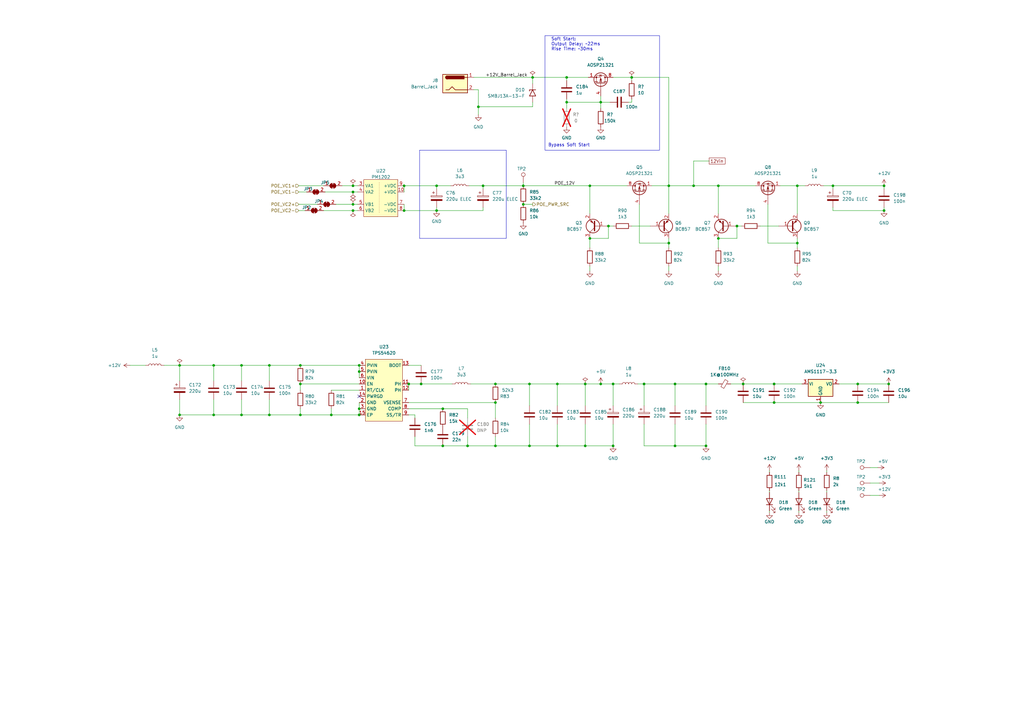
<source format=kicad_sch>
(kicad_sch (version 20230121) (generator eeschema)
  (paper "A3")
  (title_block (title "digital supply") (date "2023-11-09") (rev "r0_3") (company "M-Labs Limited") (comment 1 "Linus Woo Chun Kit"))
  (junction (at 259.08 31.75))
  (junction (at 87.63 149.86))
  (junction (at 179.07 86.36))
  (junction (at 165.735 86.36))
  (junction (at 364.49 157.48))
  (junction (at 241.935 97.79))
  (junction (at 276.86 157.48))
  (junction (at 144.78 76.2))
  (junction (at 181.61 182.88))
  (junction (at 274.32 99.695))
  (junction (at 147.32 167.64))
  (junction (at 241.935 76.2))
  (junction (at 251.46 182.88))
  (junction (at 181.61 167.64))
  (junction (at 144.78 83.82))
  (junction (at 284.48 76.2))
  (junction (at 246.38 157.48))
  (junction (at 317.5 165.1))
  (junction (at 228.6 157.48))
  (junction (at 203.2 157.48))
  (junction (at 362.585 86.36))
  (junction (at 251.46 157.48))
  (junction (at 110.49 170.18))
  (junction (at 144.78 86.36))
  (junction (at 167.64 157.48))
  (junction (at 274.32 76.2))
  (junction (at 135.89 170.18))
  (junction (at 73.66 170.18))
  (junction (at 214.63 83.82))
  (junction (at 302.26 92.71))
  (junction (at 246.38 41.91))
  (junction (at 196.215 43.815))
  (junction (at 240.03 182.88))
  (junction (at 147.32 149.86))
  (junction (at 203.2 182.88))
  (junction (at 336.55 165.1))
  (junction (at 240.03 157.48))
  (junction (at 249.555 92.71))
  (junction (at 110.49 149.86))
  (junction (at 351.79 165.1))
  (junction (at 294.64 97.79))
  (junction (at 123.19 170.18))
  (junction (at 317.5 157.48))
  (junction (at 289.56 157.48))
  (junction (at 351.79 157.48))
  (junction (at 203.2 165.1))
  (junction (at 327.025 76.2))
  (junction (at 217.17 182.88))
  (junction (at 214.63 76.2))
  (junction (at 304.8 157.48))
  (junction (at 217.17 157.48))
  (junction (at 179.07 76.2))
  (junction (at 87.63 170.18))
  (junction (at 232.41 31.75))
  (junction (at 362.585 76.2))
  (junction (at 144.78 78.74))
  (junction (at 123.19 149.86))
  (junction (at 341.63 76.2))
  (junction (at 73.66 149.86))
  (junction (at 165.735 76.2))
  (junction (at 218.44 31.75))
  (junction (at 327.025 99.695))
  (junction (at 99.06 170.18))
  (junction (at 294.64 76.2))
  (junction (at 289.56 182.88))
  (junction (at 232.41 41.91))
  (junction (at 147.32 152.4))
  (junction (at 228.6 182.88))
  (junction (at 191.77 182.88))
  (junction (at 99.06 149.86))
  (junction (at 123.19 157.48))
  (junction (at 276.86 182.88))
  (junction (at 147.32 170.18))
  (junction (at 172.72 157.48))
  (junction (at 198.12 76.2))
  (junction (at 264.16 157.48))
  (no_connect (at 147.32 162.56))
  (wire (pts (xy 337.82 76.2) (xy 341.63 76.2)))
  (wire (pts (xy 135.89 167.64) (xy 135.89 170.18)))
  (wire (pts (xy 294.64 76.2) (xy 309.88 76.2)))
  (wire (pts (xy 362.585 77.47) (xy 362.585 76.2)))
  (wire (pts (xy 87.63 149.86) (xy 99.06 149.86)))
  (wire (pts (xy 147.32 165.1) (xy 147.32 167.64)))
  (wire (pts (xy 165.735 86.36) (xy 179.07 86.36)))
  (wire (pts (xy 144.78 83.82) (xy 146.685 83.82)))
  (wire (pts (xy 140.335 76.2) (xy 144.78 76.2)))
  (wire (pts (xy 327.025 76.2) (xy 327.025 87.63)))
  (wire (pts (xy 110.49 149.86) (xy 123.19 149.86)))
  (wire (pts (xy 99.06 163.83) (xy 99.06 170.18)))
  (wire (pts (xy 339.09 209.55) (xy 339.09 210.185)))
  (wire (pts (xy 264.16 157.48) (xy 276.86 157.48)))
  (wire (pts (xy 241.935 76.2) (xy 257.175 76.2)))
  (wire (pts (xy 165.735 83.82) (xy 165.735 86.36)))
  (wire (pts (xy 294.64 97.79) (xy 294.64 101.6)))
  (wire (pts (xy 135.89 160.02) (xy 147.32 160.02)))
  (wire (pts (xy 228.6 182.88) (xy 240.03 182.88)))
  (wire (pts (xy 327.025 99.695) (xy 327.025 101.6)))
  (wire (pts (xy 218.44 31.75) (xy 194.31 31.75)))
  (wire (pts (xy 99.06 170.18) (xy 110.49 170.18)))
  (wire (pts (xy 110.49 170.18) (xy 123.19 170.18)))
  (wire (pts (xy 232.41 41.91) (xy 232.41 44.45)))
  (wire (pts (xy 192.405 76.2) (xy 198.12 76.2)))
  (wire (pts (xy 274.32 76.2) (xy 284.48 76.2)))
  (wire (pts (xy 341.63 76.2) (xy 362.585 76.2)))
  (wire (pts (xy 304.8 165.1) (xy 317.5 165.1)))
  (wire (pts (xy 170.18 179.07) (xy 170.18 182.88)))
  (wire (pts (xy 203.2 182.88) (xy 203.2 179.07)))
  (wire (pts (xy 181.61 167.64) (xy 191.77 167.64)))
  (wire (pts (xy 217.17 157.48) (xy 217.17 166.37)))
  (wire (pts (xy 53.34 149.86) (xy 59.69 149.86)))
  (wire (pts (xy 267.335 76.2) (xy 274.32 76.2)))
  (wire (pts (xy 122.555 83.82) (xy 130.175 83.82)))
  (wire (pts (xy 246.38 41.91) (xy 250.19 41.91)))
  (wire (pts (xy 147.32 149.86) (xy 147.32 152.4)))
  (wire (pts (xy 167.64 149.86) (xy 172.72 149.86)))
  (wire (pts (xy 123.19 157.48) (xy 123.19 160.02)))
  (wire (pts (xy 123.19 167.64) (xy 123.19 170.18)))
  (wire (pts (xy 73.66 163.83) (xy 73.66 170.18)))
  (wire (pts (xy 240.03 157.48) (xy 240.03 166.37)))
  (wire (pts (xy 132.715 86.36) (xy 144.78 86.36)))
  (wire (pts (xy 251.46 182.88) (xy 251.46 173.99)))
  (wire (pts (xy 259.08 40.64) (xy 259.08 41.91)))
  (wire (pts (xy 317.5 157.48) (xy 328.93 157.48)))
  (wire (pts (xy 276.86 157.48) (xy 289.56 157.48)))
  (wire (pts (xy 99.06 149.86) (xy 110.49 149.86)))
  (wire (pts (xy 320.04 76.2) (xy 327.025 76.2)))
  (wire (pts (xy 167.64 165.1) (xy 203.2 165.1)))
  (wire (pts (xy 284.48 76.2) (xy 294.64 76.2)))
  (wire (pts (xy 289.56 173.99) (xy 289.56 182.88)))
  (wire (pts (xy 251.46 157.48) (xy 251.46 166.37)))
  (wire (pts (xy 274.32 76.2) (xy 274.32 87.63)))
  (wire (pts (xy 123.19 157.48) (xy 147.32 157.48)))
  (wire (pts (xy 196.215 36.83) (xy 194.31 36.83)))
  (wire (pts (xy 218.44 41.91) (xy 218.44 43.815)))
  (wire (pts (xy 87.63 170.18) (xy 99.06 170.18)))
  (wire (pts (xy 135.89 170.18) (xy 147.32 170.18)))
  (wire (pts (xy 351.79 157.48) (xy 364.49 157.48)))
  (wire (pts (xy 179.07 76.2) (xy 179.07 77.47)))
  (wire (pts (xy 327.025 76.2) (xy 330.2 76.2)))
  (wire (pts (xy 123.19 149.86) (xy 147.32 149.86)))
  (wire (pts (xy 276.86 166.37) (xy 276.86 157.48)))
  (wire (pts (xy 144.78 78.74) (xy 146.685 78.74)))
  (wire (pts (xy 276.86 182.88) (xy 289.56 182.88)))
  (wire (pts (xy 232.41 40.64) (xy 232.41 41.91)))
  (wire (pts (xy 73.66 156.21) (xy 73.66 149.86)))
  (wire (pts (xy 232.41 41.91) (xy 246.38 41.91)))
  (wire (pts (xy 214.63 74.93) (xy 214.63 76.2)))
  (wire (pts (xy 198.12 76.2) (xy 214.63 76.2)))
  (wire (pts (xy 294.64 109.22) (xy 294.64 111.125)))
  (wire (pts (xy 122.555 86.36) (xy 125.095 86.36)))
  (wire (pts (xy 259.08 31.75) (xy 259.08 33.02)))
  (wire (pts (xy 217.17 157.48) (xy 228.6 157.48)))
  (wire (pts (xy 232.41 31.75) (xy 232.41 33.02)))
  (wire (pts (xy 259.08 41.91) (xy 257.81 41.91)))
  (wire (pts (xy 356.87 203.2) (xy 360.68 203.2)))
  (wire (pts (xy 246.38 39.37) (xy 246.38 41.91)))
  (wire (pts (xy 362.585 85.09) (xy 362.585 86.36)))
  (wire (pts (xy 203.2 157.48) (xy 217.17 157.48)))
  (wire (pts (xy 344.17 157.48) (xy 351.79 157.48)))
  (wire (pts (xy 123.19 170.18) (xy 135.89 170.18)))
  (wire (pts (xy 339.09 193.675) (xy 339.09 193.04)))
  (wire (pts (xy 198.12 76.2) (xy 198.12 77.47)))
  (wire (pts (xy 170.18 182.88) (xy 181.61 182.88)))
  (wire (pts (xy 294.64 76.2) (xy 294.64 87.63)))
  (wire (pts (xy 284.48 66.04) (xy 284.48 76.2)))
  (wire (pts (xy 290.83 66.04) (xy 284.48 66.04)))
  (wire (pts (xy 218.44 31.75) (xy 218.44 34.29)))
  (wire (pts (xy 191.77 182.88) (xy 203.2 182.88)))
  (wire (pts (xy 172.72 157.48) (xy 185.42 157.48)))
  (wire (pts (xy 261.62 157.48) (xy 264.16 157.48)))
  (wire (pts (xy 315.595 201.93) (xy 315.595 201.295)))
  (wire (pts (xy 251.46 31.75) (xy 259.08 31.75)))
  (wire (pts (xy 327.025 109.22) (xy 327.025 111.125)))
  (wire (pts (xy 110.49 163.83) (xy 110.49 170.18)))
  (wire (pts (xy 314.96 99.695) (xy 327.025 99.695)))
  (wire (pts (xy 249.555 92.71) (xy 251.46 92.71)))
  (wire (pts (xy 341.63 76.2) (xy 341.63 77.47)))
  (wire (pts (xy 203.2 182.88) (xy 217.17 182.88)))
  (wire (pts (xy 254 157.48) (xy 251.46 157.48)))
  (wire (pts (xy 360.045 191.77) (xy 356.87 191.77)))
  (wire (pts (xy 196.215 43.815) (xy 218.44 43.815)))
  (wire (pts (xy 246.38 41.91) (xy 246.38 44.45)))
  (wire (pts (xy 241.935 97.79) (xy 241.935 101.6)))
  (wire (pts (xy 198.12 85.09) (xy 198.12 86.36)))
  (wire (pts (xy 241.935 76.2) (xy 241.935 87.63)))
  (wire (pts (xy 314.96 83.82) (xy 314.96 99.695)))
  (wire (pts (xy 228.6 157.48) (xy 240.03 157.48)))
  (wire (pts (xy 264.16 182.88) (xy 264.16 173.99)))
  (wire (pts (xy 73.66 149.86) (xy 87.63 149.86)))
  (wire (pts (xy 315.595 193.675) (xy 315.595 193.04)))
  (wire (pts (xy 262.255 83.82) (xy 262.255 99.695)))
  (wire (pts (xy 179.07 86.36) (xy 179.07 85.09)))
  (wire (pts (xy 179.07 76.2) (xy 184.785 76.2)))
  (wire (pts (xy 147.32 167.64) (xy 147.32 170.18)))
  (wire (pts (xy 299.72 157.48) (xy 304.8 157.48)))
  (wire (pts (xy 196.215 43.815) (xy 196.215 36.83)))
  (wire (pts (xy 274.32 109.22) (xy 274.32 111.125)))
  (wire (pts (xy 241.935 109.22) (xy 241.935 111.125)))
  (wire (pts (xy 144.78 76.2) (xy 146.685 76.2)))
  (wire (pts (xy 232.41 31.75) (xy 241.3 31.75)))
  (wire (pts (xy 87.63 149.86) (xy 87.63 156.21)))
  (wire (pts (xy 165.735 76.2) (xy 165.735 78.74)))
  (wire (pts (xy 317.5 165.1) (xy 336.55 165.1)))
  (wire (pts (xy 203.2 171.45) (xy 203.2 165.1)))
  (wire (pts (xy 339.09 201.295) (xy 339.09 201.93)))
  (wire (pts (xy 167.64 157.48) (xy 172.72 157.48)))
  (wire (pts (xy 122.555 76.2) (xy 132.715 76.2)))
  (wire (pts (xy 137.795 83.82) (xy 144.78 83.82)))
  (wire (pts (xy 147.32 152.4) (xy 147.32 154.94)))
  (wire (pts (xy 170.18 170.18) (xy 170.18 171.45)))
  (wire (pts (xy 193.04 157.48) (xy 203.2 157.48)))
  (wire (pts (xy 241.935 97.79) (xy 249.555 97.79)))
  (wire (pts (xy 133.35 78.74) (xy 144.78 78.74)))
  (wire (pts (xy 198.12 86.36) (xy 179.07 86.36)))
  (wire (pts (xy 214.63 83.82) (xy 218.44 83.82)))
  (wire (pts (xy 144.78 86.36) (xy 146.685 86.36)))
  (wire (pts (xy 327.66 193.04) (xy 327.66 193.675)))
  (wire (pts (xy 228.6 157.48) (xy 228.6 166.37)))
  (wire (pts (xy 218.44 31.75) (xy 232.41 31.75)))
  (wire (pts (xy 264.16 182.88) (xy 276.86 182.88)))
  (wire (pts (xy 87.63 163.83) (xy 87.63 170.18)))
  (wire (pts (xy 191.77 182.88) (xy 191.77 179.07)))
  (wire (pts (xy 249.555 97.79) (xy 249.555 92.71)))
  (wire (pts (xy 294.64 97.79) (xy 302.26 97.79)))
  (wire (pts (xy 240.03 173.99) (xy 240.03 182.88)))
  (wire (pts (xy 217.17 173.99) (xy 217.17 182.88)))
  (wire (pts (xy 167.64 170.18) (xy 170.18 170.18)))
  (wire (pts (xy 327.025 97.79) (xy 327.025 99.695)))
  (wire (pts (xy 165.735 76.2) (xy 179.07 76.2)))
  (wire (pts (xy 315.595 210.185) (xy 315.595 209.55)))
  (wire (pts (xy 246.38 157.48) (xy 251.46 157.48)))
  (wire (pts (xy 181.61 182.88) (xy 191.77 182.88)))
  (wire (pts (xy 341.63 86.36) (xy 362.585 86.36)))
  (wire (pts (xy 327.66 210.185) (xy 327.66 209.55)))
  (wire (pts (xy 73.66 170.18) (xy 87.63 170.18)))
  (wire (pts (xy 276.86 173.99) (xy 276.86 182.88)))
  (wire (pts (xy 302.26 92.71) (xy 304.165 92.71)))
  (wire (pts (xy 67.31 149.86) (xy 73.66 149.86)))
  (wire (pts (xy 228.6 173.99) (xy 228.6 182.88)))
  (wire (pts (xy 110.49 149.86) (xy 110.49 156.21)))
  (wire (pts (xy 264.16 166.37) (xy 264.16 157.48)))
  (wire (pts (xy 191.77 167.64) (xy 191.77 171.45)))
  (wire (pts (xy 327.66 201.93) (xy 327.66 201.295)))
  (wire (pts (xy 360.68 198.12) (xy 356.87 198.12)))
  (wire (pts (xy 240.03 182.88) (xy 251.46 182.88)))
  (wire (pts (xy 274.32 99.695) (xy 274.32 101.6)))
  (wire (pts (xy 122.555 78.74) (xy 125.73 78.74)))
  (wire (pts (xy 262.255 99.695) (xy 274.32 99.695)))
  (wire (pts (xy 341.63 86.36) (xy 341.63 85.09)))
  (wire (pts (xy 351.79 165.1) (xy 364.49 165.1)))
  (wire (pts (xy 167.64 167.64) (xy 181.61 167.64)))
  (wire (pts (xy 304.8 157.48) (xy 317.5 157.48)))
  (wire (pts (xy 274.32 31.75) (xy 274.32 76.2)))
  (wire (pts (xy 259.08 92.71) (xy 266.7 92.71)))
  (wire (pts (xy 99.06 156.21) (xy 99.06 149.86)))
  (wire (pts (xy 311.785 92.71) (xy 319.405 92.71)))
  (wire (pts (xy 289.56 157.48) (xy 294.64 157.48)))
  (wire (pts (xy 302.26 97.79) (xy 302.26 92.71)))
  (wire (pts (xy 167.64 157.48) (xy 167.64 160.02)))
  (wire (pts (xy 259.08 31.75) (xy 274.32 31.75)))
  (wire (pts (xy 214.63 76.2) (xy 241.935 76.2)))
  (wire (pts (xy 274.32 97.79) (xy 274.32 99.695)))
  (wire (pts (xy 240.03 157.48) (xy 246.38 157.48)))
  (wire (pts (xy 217.17 182.88) (xy 228.6 182.88)))
  (wire (pts (xy 196.215 46.99) (xy 196.215 43.815)))
  (wire (pts (xy 289.56 166.37) (xy 289.56 157.48)))
  (wire (pts (xy 336.55 165.1) (xy 351.79 165.1)))
  (rectangle (start 172.085 61.595) (end 207.645 97.79))
  (rectangle (start 223.52 14.605) (end 270.51 61.595))
  (text "Bypass Soft Start" (at 241.935 60.325 0) (effects (font (size 1.27 1.27)) (justify right bottom)))
  (text "Soft Start:\nOutput Delay: ~22ms\nRise Time: ~30ms\n" (at 226.06 20.955 0) (effects (font (size 1.27 1.27)) (justify left bottom)))
  (label "POE_12V" (at 227.33 76.2 0))
  (label "+12V_Barrel_Jack" (at 199.136 31.75 0))
  (global_label "12Vin" (shape passive) (at 290.83 66.04 0) (property "Intersheetrefs" "${INTERSHEET_REFS}" (effects hide)))
  (hierarchical_label "POE_PWR_SRC" (shape output) (at 218.44 83.82 0))
  (hierarchical_label "POE_VC2+" (shape input) (at 122.555 83.82 180))
  (hierarchical_label "POE_VC2-" (shape input) (at 122.555 86.36 180))
  (hierarchical_label "POE_VC1-" (shape input) (at 122.555 78.74 180))
  (hierarchical_label "POE_VC1+" (shape input) (at 122.555 76.2 180))
  (symbol (lib_id "Device:L") (at 189.23 157.48 90) (unit 1)
    (property "Reference" "L7" (at 189.23 151.13 90))
    (property "Value" "3u3" (at 189.23 153.67 90))
    (property "Footprint" "Inductor_SMD:L_Wuerth_MAPI-4020" (effects hide))
    (property "MFR_PN" "74438356033" (effects hide))
  )
  (symbol (lib_id "Device:C") (at 276.86 170.18 0) (unit 1)
    (property "Reference" "C189" (at 280.67 168.9099 0) (effects (justify left)))
    (property "Value" "10u" (at 280.67 171.4499 0) (effects (justify left)))
    (property "Footprint" "Capacitor_SMD:C_0805_2012Metric" (effects hide))
    (property "MFR_PN" "CL21B106KOQNNNG" (effects hide))
    (property "MFR_PN_ALT" "CL21B106KOQNNNE" (effects hide))
  )
  (symbol (lib_id "Device:C") (at 362.585 81.28 0) (unit 1)
    (property "Reference" "C198" (at 366.395 80.0099 0) (effects (justify left)))
    (property "Value" "100n" (at 366.395 82.5499 0) (effects (justify left)))
    (property "Footprint" "Capacitor_SMD:C_0603_1608Metric" (effects hide))
    (property "MFR_PN" "CL10B104KB8NNWC" (effects hide))
    (property "MFR_PN_ALT" "CL10B104KB8NNNL" (effects hide))
  )
  (symbol (lib_id "power:+5V") (at 327.66 193.04 0) (unit 1)
    (property "Reference" "#PWR0193" (effects hide))
    (property "Value" "+5V" (at 327.66 187.96 0))
  )
  (symbol (lib_id "Jumper:SolderJumper_2_Bridged") (at 136.525 76.2 0) (unit 1) (in_bom no)
    (property "Reference" "JP5" (at 133.35 74.93 0))
    (property "Value" "SolderJumper_2_Bridged" (effects hide))
    (property "Footprint" "Jumper:SolderJumper-2_P1.3mm_Bridged2Bar_Pad1.0x1.5mm" (effects hide))
  )
  (symbol (lib_id "Device:C_Polarized") (at 341.63 81.28 0) (unit 1)
    (property "Reference" "C70" (at 345.44 79.121 0) (effects (justify left)))
    (property "Value" "220u ELEC" (at 345.44 81.661 0) (effects (justify left)))
    (property "Footprint" "kirdy:Cap_Elec_SMD_865080345012" (effects hide))
    (property "MFR_PN" "865080345012" (effects hide))
  )
  (symbol (lib_id "Device:C_Polarized") (at 179.07 81.28 0) (unit 1)
    (property "Reference" "C76" (at 182.88 79.121 0) (effects (justify left)))
    (property "Value" "220u ELEC" (at 182.88 81.661 0) (effects (justify left)))
    (property "Footprint" "kirdy:Cap_Elec_SMD_865080345012" (effects hide))
    (property "MFR_PN" "865080345012" (effects hide))
    (instances (project "kirdy" (path "" (reference "C76") (unit 1)) (path "" (reference "C73") (unit 1))))
  )
  (symbol (lib_id "Device:R") (at 294.64 105.41 0) (unit 1)
    (property "Reference" "R93" (at 296.545 104.1399 0) (effects (justify left)))
    (property "Value" "33k2" (at 296.545 106.6799 0) (effects (justify left)))
    (property "Footprint" "Resistor_SMD:R_0603_1608Metric" (effects hide))
    (property "MFR_PN" "CR0603-FX-3322ELF" (effects hide))
    (property "MFR_PN_ALT" "RC0603FR-0733K2L" (effects hide))
  )
  (symbol (lib_id "Device:C") (at 170.18 175.26 0) (unit 1)
    (property "Reference" "C176" (at 173.99 173.9899 0) (effects (justify left)))
    (property "Value" "1n6" (at 173.99 176.5299 0) (effects (justify left)))
    (property "Footprint" "Capacitor_SMD:C_0603_1608Metric" (effects hide))
    (property "MFR_PN" "GCM1885C1H162FA16D" (effects hide))
    (property "MFR_PN_ALT" "C0603C162J5GAC7867" (effects hide))
  )
  (symbol (lib_id "Device:C_Polarized") (at 264.16 170.18 0) (unit 1)
    (property "Reference" "C188" (at 267.97 168.0209 0) (effects (justify left)))
    (property "Value" "220u" (at 267.97 170.5609 0) (effects (justify left)))
    (property "Footprint" "Capacitor_Tantalum_SMD:CP_EIA-7343-15_Kemet-W" (effects hide))
    (property "MFR_PN" "T491D227K016AT" (effects hide))
    (property "MFR_PN_ALT" "293D227X9016E2TE3" (effects hide))
  )
  (symbol (lib_id "Transistor_BJT:BC857") (at 324.485 92.71 0) (mirror x) (unit 1)
    (property "Reference" "Q9" (at 329.565 91.4399 0) (effects (justify left)))
    (property "Value" "BC857" (at 329.565 93.9799 0) (effects (justify left)))
    (property "Footprint" "Package_TO_SOT_SMD:SOT-23" (effects hide))
    (property "Datasheet" "https://www.onsemi.com/pub/Collateral/BC860-D.pdf" (effects hide))
    (property "MFR_PN" "BC857B-TP" (effects hide))
    (property "MFR_PN_ALT" "BC857C-TP" (effects hide))
  )
  (symbol (lib_id "Device:C") (at 240.03 170.18 0) (unit 1)
    (property "Reference" "C185" (at 243.84 168.9099 0) (effects (justify left)))
    (property "Value" "10u" (at 243.84 171.4499 0) (effects (justify left)))
    (property "Footprint" "Capacitor_SMD:C_0805_2012Metric" (effects hide))
    (property "MFR_PN" "CL21B106KOQNNNG" (effects hide))
    (property "MFR_PN_ALT" "CL21B106KOQNNNE" (effects hide))
  )
  (symbol (lib_id "power:+12V") (at 315.595 193.04 0) (unit 1)
    (property "Reference" "#PWR0216" (effects hide))
    (property "Value" "+12V" (at 315.595 187.96 0))
  )
  (symbol (lib_id "power:GND") (at 196.215 46.99 0) (mirror y) (unit 1)
    (property "Reference" "#PWR0154" (effects hide))
    (property "Value" "GND" (at 196.215 52.07 0))
  )
  (symbol (lib_id "power:GND") (at 274.32 111.125 0) (unit 1)
    (property "Reference" "#PWR0161" (effects hide))
    (property "Value" "GND" (at 274.32 116.205 0))
  )
  (symbol (lib_id "Device:R") (at 181.61 171.45 0) (unit 1)
    (property "Reference" "R82" (at 184.15 170.1799 0) (effects (justify left)))
    (property "Value" "15k" (at 184.15 172.7199 0) (effects (justify left)))
    (property "Footprint" "Resistor_SMD:R_0603_1608Metric" (effects hide))
    (property "MFR_PN" "RT0603FRE0715KL" (effects hide))
  )
  (symbol (lib_id "Device:C") (at 304.8 161.29 0) (unit 1)
    (property "Reference" "C191" (at 308.61 160.0199 0) (effects (justify left)))
    (property "Value" "10u" (at 308.61 162.5599 0) (effects (justify left)))
    (property "Footprint" "Capacitor_SMD:C_0805_2012Metric" (effects hide))
    (property "MFR_PN" "CL21B106KOQNNNG" (effects hide))
    (property "MFR_PN_ALT" "CL21B106KOQNNNE" (effects hide))
  )
  (symbol (lib_id "Device:C") (at 351.79 161.29 0) (unit 1)
    (property "Reference" "C194" (at 355.6 160.0199 0) (effects (justify left)))
    (property "Value" "100n" (at 355.6 162.5599 0) (effects (justify left)))
    (property "Footprint" "Capacitor_SMD:C_0603_1608Metric" (effects hide))
    (property "MFR_PN" "CL10B104KB8NNWC" (effects hide))
    (property "MFR_PN_ALT" "CL10B104KB8NNNL" (effects hide))
  )
  (symbol (lib_id "power:+12V") (at 362.585 76.2 0) (unit 1)
    (property "Reference" "#PWR0167" (effects hide))
    (property "Value" "+12V" (at 362.585 71.12 0))
  )
  (symbol (lib_id "power:PWR_FLAG") (at 304.8 157.48 0) (unit 1)
    (property "Reference" "#FLG027" (effects hide))
    (property "Value" "PWR_FLAG" (effects hide))
  )
  (symbol (lib_id "power:GND") (at 241.935 111.125 0) (unit 1)
    (property "Reference" "#PWR0157" (effects hide))
    (property "Value" "GND" (at 241.935 116.205 0))
  )
  (symbol (lib_id "Device:L") (at 188.595 76.2 90) (unit 1)
    (property "Reference" "L6" (at 188.595 69.85 90))
    (property "Value" "3u3" (at 188.595 72.39 90))
    (property "Footprint" "Inductor_SMD:L_Wuerth_MAPI-4020" (effects hide))
    (property "MFR_PN" "74438356033" (effects hide))
  )
  (symbol (lib_id "Device:C") (at 87.63 160.02 0) (unit 1)
    (property "Reference" "C173" (at 91.44 158.7499 0) (effects (justify left)))
    (property "Value" "10u" (at 91.44 161.2899 0) (effects (justify left)))
    (property "Footprint" "Capacitor_SMD:C_0805_2012Metric" (effects hide))
    (property "MFR_PN" "CL21B106KOQNNNG" (effects hide))
    (property "MFR_PN_ALT" "CL21B106KOQNNNE" (effects hide))
  )
  (symbol (lib_id "power:PWR_FLAG") (at 144.78 86.36 180) (unit 1)
    (property "Reference" "#FLG023" (effects hide))
    (property "Value" "PWR_FLAG" (effects hide))
  )
  (symbol (lib_id "Device:R") (at 123.19 153.67 0) (unit 1)
    (property "Reference" "R79" (at 125.095 152.3999 0) (effects (justify left)))
    (property "Value" "82k" (at 125.095 154.9399 0) (effects (justify left)))
    (property "Footprint" "Resistor_SMD:R_0603_1608Metric" (effects hide))
    (property "MFR_PN" "CRGCQ0603F82K" (effects hide))
    (property "MFR_PN_ALT" "RMCF0603FT82K0" (effects hide))
  )
  (symbol (lib_id "Connector:TestPoint") (at 356.87 203.2 90) (unit 1)
    (property "Reference" "TP2" (at 354.965 200.66 90) (effects (justify left)))
    (property "Value" "TestPoint" (effects hide))
    (property "Footprint" "TestPoint:TestPoint_Pad_1.0x1.0mm" (effects hide))
    (instances (project "kirdy" (path "" (reference "TP2") (unit 1)) (path "" (reference "TP4") (unit 1)) (path "" (reference "TP14") (unit 1))))
  )
  (symbol (lib_id "Device:C_Polarized") (at 251.46 170.18 0) (unit 1)
    (property "Reference" "C186" (at 255.27 168.0209 0) (effects (justify left)))
    (property "Value" "220u" (at 255.27 170.5609 0) (effects (justify left)))
    (property "Footprint" "Capacitor_Tantalum_SMD:CP_EIA-7343-15_Kemet-W" (effects hide))
    (property "MFR_PN" "T491D227K016AT" (effects hide))
    (property "MFR_PN_ALT" "293D227X9016E2TE3" (effects hide))
  )
  (symbol (lib_id "kirdy:PM1202") (at 155.575 83.82 0) (unit 1)
    (property "Reference" "U22" (at 156.21 70.0872 0))
    (property "Value" "PM1202" (at 156.21 72.6241 0))
    (property "Footprint" "kirdy:PM1202" (effects hide))
    (property "Datasheet" "https://www.sdapo.net/product/product-12-386.html" (effects hide))
    (property "MFR_PN" "PM1202" (effects hide))
  )
  (symbol (lib_id "Device:R") (at 307.975 92.71 90) (unit 1)
    (property "Reference" "R94" (at 307.975 86.36 90))
    (property "Value" "1k3" (at 307.975 88.9 90))
    (property "Footprint" "Resistor_SMD:R_0603_1608Metric" (effects hide))
    (property "MFR_PN" "RC0603FR-071K3L" (effects hide))
    (property "MFR_PN_ALT" "CRCW06031K30FKEAC" (effects hide))
  )
  (symbol (lib_id "Device:C") (at 172.72 153.67 0) (unit 1)
    (property "Reference" "C177" (at 176.53 152.3999 0) (effects (justify left)))
    (property "Value" "100n" (at 176.53 154.9399 0) (effects (justify left)))
    (property "Footprint" "Capacitor_SMD:C_0603_1608Metric" (effects hide))
    (property "MFR_PN" "CL10B104KB8NNWC" (effects hide))
    (property "MFR_PN_ALT" "CL10B104KB8NNNL" (effects hide))
  )
  (symbol (lib_id "Device:R") (at 232.41 48.26 180) (unit 1) (dnp yes)
    (property "Reference" "R?" (at 236.22 46.99 0))
    (property "Value" "0" (at 236.22 49.53 0))
    (property "Footprint" "Resistor_SMD:R_0603_1608Metric" (effects hide))
    (property "MFR_PN" "RMCF0603ZT0R00" (effects hide))
    (property "MFR_PN_ALT" "CR0603-J/-000ELF" (effects hide))
    (instances (project "kirdy" (path "" (reference "R?") (unit 1)) (path "" (reference "R87") (unit 1))))
  )
  (symbol (lib_id "Diode:SM6T15A") (at 218.44 38.1 90) (mirror x) (unit 1)
    (property "Reference" "D10" (at 215.265 36.8299 90) (effects (justify left)))
    (property "Value" "SMBJ13A-13-F" (at 215.265 39.3699 90) (effects (justify left)))
    (property "Footprint" "Diode_SMD:D_SMB" (effects hide))
    (property "Datasheet" "https://www.st.com/resource/en/datasheet/sm6t.pdf" (effects hide))
    (property "MFR_PN" "SMBJ13A-13-F" (effects hide))
    (property "MFR_PN_ALT" "P6SMB16A" (effects hide))
  )
  (symbol (lib_id "power:PWR_FLAG") (at 144.78 78.74 180) (unit 1)
    (property "Reference" "#FLG021" (effects hide))
    (property "Value" "PWR_FLAG" (effects hide))
  )
  (symbol (lib_id "Device:LED") (at 315.595 205.74 90) (unit 1)
    (property "Reference" "D18" (at 319.405 206.0575 90) (effects (justify right)))
    (property "Value" "Green" (at 319.405 208.5975 90) (effects (justify right)))
    (property "Footprint" "LED_SMD:LED_0603_1608Metric" (effects hide))
    (property "MFR_PN" "150060GS75000" (effects hide))
    (instances (project "kirdy" (path "" (reference "D18") (unit 1)) (path "" (reference "D19") (unit 1))))
  )
  (symbol (lib_id "power:PWR_FLAG") (at 144.78 83.82 0) (unit 1)
    (property "Reference" "#FLG022" (effects hide))
    (property "Value" "PWR_FLAG" (effects hide))
  )
  (symbol (lib_id "Jumper:SolderJumper_2_Bridged") (at 128.905 86.36 0) (unit 1) (in_bom no)
    (property "Reference" "JP2" (at 125.73 85.09 0))
    (property "Value" "SolderJumper_2_Bridged" (effects hide))
    (property "Footprint" "Jumper:SolderJumper-2_P1.3mm_Bridged2Bar_Pad1.0x1.5mm" (effects hide))
  )
  (symbol (lib_id "Device:C") (at 228.6 170.18 0) (unit 1)
    (property "Reference" "C183" (at 232.41 168.9099 0) (effects (justify left)))
    (property "Value" "10u" (at 232.41 171.4499 0) (effects (justify left)))
    (property "Footprint" "Capacitor_SMD:C_0805_2012Metric" (effects hide))
    (property "MFR_PN" "CL21B106KOQNNNG" (effects hide))
    (property "MFR_PN_ALT" "CL21B106KOQNNNE" (effects hide))
  )
  (symbol (lib_id "Device:R") (at 203.2 161.29 180) (unit 1)
    (property "Reference" "R83" (at 207.01 162.56 0))
    (property "Value" "52k3" (at 208.28 160.02 0))
    (property "Footprint" "Resistor_SMD:R_0603_1608Metric" (effects hide))
    (property "MFR_PN" "CR0603-FX-5232ELF" (effects hide))
    (property "MFR_PN_ALT" "ERJ-3EKF5232V" (effects hide))
  )
  (symbol (lib_id "Device:C") (at 191.77 175.26 0) (unit 1) (dnp yes)
    (property "Reference" "C180" (at 195.58 173.9899 0) (effects (justify left)))
    (property "Value" "DNP" (at 195.58 176.5299 0) (effects (justify left)))
    (property "Footprint" "Capacitor_SMD:C_0603_1608Metric" (effects hide))
  )
  (symbol (lib_id "power:PWR_FLAG") (at 259.08 31.75 0) (mirror y) (unit 1)
    (property "Reference" "#FLG026" (effects hide))
    (property "Value" "PWR_FLAG" (effects hide))
  )
  (symbol (lib_id "Device:R") (at 214.63 80.01 0) (unit 1)
    (property "Reference" "R85" (at 217.17 78.7399 0) (effects (justify left)))
    (property "Value" "33k2" (at 217.17 81.2799 0) (effects (justify left)))
    (property "Footprint" "Resistor_SMD:R_0603_1608Metric" (effects hide))
    (property "MFR_PN" "CR0603-FX-3322ELF" (effects hide))
    (property "MFR_PN_ALT" "RC0603FR-0733K2L" (effects hide))
  )
  (symbol (lib_id "power:GND") (at 73.66 170.18 0) (unit 1)
    (property "Reference" "#PWR0152" (effects hide))
    (property "Value" "GND" (at 73.66 175.26 0))
  )
  (symbol (lib_id "Device:R") (at 255.27 92.71 90) (unit 1)
    (property "Reference" "R90" (at 255.27 86.36 90))
    (property "Value" "1k3" (at 255.27 88.9 90))
    (property "Footprint" "Resistor_SMD:R_0603_1608Metric" (effects hide))
    (property "MFR_PN" "RC0603FR-071K3L" (effects hide))
    (property "MFR_PN_ALT" "CRCW06031K30FKEAC" (effects hide))
  )
  (symbol (lib_id "Device:L") (at 257.81 157.48 90) (unit 1)
    (property "Reference" "L8" (at 257.81 151.13 90))
    (property "Value" "1u" (at 257.81 153.67 90))
    (property "Footprint" "Inductor_SMD:L_1008_2520Metric" (effects hide))
    (property "MFR_PN" "DFE252012F-1R0M=P2" (effects hide))
    (property "MFR_PN_ALT" "DFE252012P-1R0M=P2" (effects hide))
  )
  (symbol (lib_id "Device:LED") (at 327.66 205.74 90) (unit 1)
    (property "Reference" "D18" (at 331.47 206.0575 90) (effects (justify right)))
    (property "Value" "Green" (at 331.47 208.5975 90) (effects (justify right)))
    (property "Footprint" "LED_SMD:LED_0603_1608Metric" (effects hide))
    (property "MFR_PN" "150060GS75000" (effects hide))
    (instances (project "kirdy" (path "" (reference "D18") (unit 1)) (path "" (reference "D20") (unit 1))))
  )
  (symbol (lib_id "Device:R") (at 259.08 36.83 180) (unit 1)
    (property "Reference" "R?" (at 262.89 35.56 0))
    (property "Value" "10" (at 262.89 38.1 0))
    (property "Footprint" "Resistor_SMD:R_0603_1608Metric" (effects hide))
    (property "MFR_PN" "RT0603BRD0710RL" (effects hide))
    (property "MFR_PN_ALT" "WR06X10R0FTL" (effects hide))
    (instances (project "kirdy" (path "" (reference "R?") (unit 1)) (path "" (reference "R91") (unit 1))))
  )
  (symbol (lib_id "Device:C") (at 289.56 170.18 0) (unit 1)
    (property "Reference" "C190" (at 293.37 168.9099 0) (effects (justify left)))
    (property "Value" "100n" (at 293.37 171.4499 0) (effects (justify left)))
    (property "Footprint" "Capacitor_SMD:C_0603_1608Metric" (effects hide))
    (property "MFR_PN" "CL10B104KB8NNWC" (effects hide))
    (property "MFR_PN_ALT" "CL10B104KB8NNNL" (effects hide))
  )
  (symbol (lib_id "power:+5V") (at 246.38 157.48 0) (unit 1)
    (property "Reference" "#PWR0159" (effects hide))
    (property "Value" "+5V" (at 246.38 152.4 0))
  )
  (symbol (lib_id "Device:R") (at 241.935 105.41 0) (unit 1)
    (property "Reference" "R88" (at 243.84 104.1399 0) (effects (justify left)))
    (property "Value" "33k2" (at 243.84 106.6799 0) (effects (justify left)))
    (property "Footprint" "Resistor_SMD:R_0603_1608Metric" (effects hide))
    (property "MFR_PN" "CR0603-FX-3322ELF" (effects hide))
    (property "MFR_PN_ALT" "RC0603FR-0733K2L" (effects hide))
  )
  (symbol (lib_id "power:PWR_FLAG") (at 73.66 149.86 0) (unit 1)
    (property "Reference" "#FLG019" (effects hide))
    (property "Value" "PWR_FLAG" (effects hide))
  )
  (symbol (lib_id "Transistor_BJT:BC857") (at 297.18 92.71 180) (unit 1)
    (property "Reference" "Q7" (at 291.465 91.4399 0) (effects (justify left)))
    (property "Value" "BC857" (at 291.465 93.9799 0) (effects (justify left)))
    (property "Footprint" "Package_TO_SOT_SMD:SOT-23" (effects hide))
    (property "Datasheet" "https://www.onsemi.com/pub/Collateral/BC860-D.pdf" (effects hide))
    (property "MFR_PN" "BC857B-TP" (effects hide))
    (property "MFR_PN_ALT" "BC857C-TP" (effects hide))
  )
  (symbol (lib_id "power:GND") (at 327.025 111.125 0) (unit 1)
    (property "Reference" "#PWR0164" (effects hide))
    (property "Value" "GND" (at 327.025 116.205 0))
  )
  (symbol (lib_id "Device:R") (at 327.66 197.485 180) (unit 1)
    (property "Reference" "R121" (at 332.105 196.85 0))
    (property "Value" "5k1" (at 331.47 199.39 0))
    (property "Footprint" "Resistor_SMD:R_0603_1608Metric" (effects hide))
    (property "MFR_PN" "RMCF0603FT5K10" (effects hide))
    (property "MFR_PN_ALT" "CR0603-FX-5101ELF" (effects hide))
    (instances (project "kirdy" (path "" (reference "R121") (unit 1)) (path "" (reference "R126") (unit 1)) (path "" (reference "R134") (unit 1))))
  )
  (symbol (lib_id "Device:R") (at 203.2 175.26 0) (unit 1)
    (property "Reference" "R84" (at 205.105 173.9899 0) (effects (justify left)))
    (property "Value" "10k" (at 205.105 176.5299 0) (effects (justify left)))
    (property "Footprint" "Resistor_SMD:R_0603_1608Metric" (effects hide))
    (property "MFR_PN" "RNCP0603FTD10K0" (effects hide))
    (property "MFR_PN_ALT" "RMCF0603FT10K0" (effects hide))
  )
  (symbol (lib_id "Device:R") (at 339.09 197.485 180) (unit 1)
    (property "Reference" "R8" (at 341.63 196.215 0) (effects (justify right)))
    (property "Value" "2k" (at 341.63 198.755 0) (effects (justify right)))
    (property "Footprint" "Resistor_SMD:R_0603_1608Metric" (effects hide))
    (property "MFR_PN" "RC0603FR-072KL" (effects hide))
    (property "MFR_PN_ALT" "ERJ-3EKF2001V" (effects hide))
    (instances (project "kirdy" (path "" (reference "R8") (unit 1)) (path "" (reference "R128") (unit 1)) (path "" (reference "R135") (unit 1))))
  )
  (symbol (lib_id "Device:C") (at 181.61 179.07 0) (unit 1)
    (property "Reference" "C179" (at 185.42 177.7999 0) (effects (justify left)))
    (property "Value" "22n" (at 185.42 180.3399 0) (effects (justify left)))
    (property "Footprint" "Capacitor_SMD:C_0603_1608Metric" (effects hide))
    (property "MFR_PN" "06035C223JAT2A" (effects hide))
    (property "MFR_PN_ALT" "0603B223J250CT" (effects hide))
  )
  (symbol (lib_id "power:+3V3") (at 339.09 193.04 0) (unit 1)
    (property "Reference" "#PWR0194" (effects hide))
    (property "Value" "+3V3" (at 339.09 187.96 0))
  )
  (symbol (lib_id "Device:C") (at 254 41.91 90) (unit 1)
    (property "Reference" "C187" (at 254 37.465 90))
    (property "Value" "100n" (at 259.08 43.815 90))
    (property "Footprint" "Capacitor_SMD:C_0603_1608Metric" (effects hide))
    (property "MFR_PN" "CL10B104KB8NNWC" (effects hide))
    (property "MFR_PN_ALT" "CL10B104KB8NNNL" (effects hide))
  )
  (symbol (lib_id "Transistor_FET:FDS9435A") (at 246.38 34.29 270) (mirror x) (unit 1)
    (property "Reference" "Q4" (at 246.38 24.13 90))
    (property "Value" "AOSP21321" (at 246.38 26.67 90))
    (property "Footprint" "Package_SO:SOIC-8_3.9x4.9mm_P1.27mm" (effects hide))
    (property "Datasheet" "https://www.onsemi.com/pub/Collateral/FDS9435A-D.PDF" (effects hide))
    (property "MFR_PN" "AOSP21321" (effects hide))
    (property "MFR_PN_ALT" "AO4411" (effects hide))
  )
  (symbol (lib_id "power:GND") (at 179.07 86.36 0) (unit 1)
    (property "Reference" "#PWR0153" (effects hide))
    (property "Value" "GND" (at 179.07 90.8034 0))
  )
  (symbol (lib_id "power:PWR_FLAG") (at 144.78 76.2 0) (unit 1)
    (property "Reference" "#FLG020" (effects hide))
    (property "Value" "PWR_FLAG" (effects hide))
  )
  (symbol (lib_id "power:GND") (at 362.585 86.36 0) (unit 1)
    (property "Reference" "#PWR0168" (effects hide))
    (property "Value" "GND" (at 362.585 91.44 0))
  )
  (symbol (lib_id "Device:C") (at 110.49 160.02 0) (unit 1)
    (property "Reference" "C175" (at 114.3 158.7499 0) (effects (justify left)))
    (property "Value" "100n" (at 114.3 161.2899 0) (effects (justify left)))
    (property "Footprint" "Capacitor_SMD:C_0603_1608Metric" (effects hide))
    (property "MFR_PN" "CL10B104KB8NNWC" (effects hide))
    (property "MFR_PN_ALT" "CL10B104KB8NNNL" (effects hide))
  )
  (symbol (lib_id "power:GND") (at 214.63 91.44 0) (unit 1)
    (property "Reference" "#PWR0155" (effects hide))
    (property "Value" "GND" (at 214.63 95.885 0))
  )
  (symbol (lib_id "Device:L") (at 63.5 149.86 90) (unit 1)
    (property "Reference" "L5" (at 63.5 143.51 90))
    (property "Value" "1u" (at 63.5 146.05 90))
    (property "Footprint" "Inductor_SMD:L_1008_2520Metric" (effects hide))
    (property "MFR_PN" "DFE252012F-1R0M=P2" (effects hide))
    (property "MFR_PN_ALT" "DFE252012P-1R0M=P2" (effects hide))
  )
  (symbol (lib_id "Device:R") (at 135.89 163.83 0) (unit 1)
    (property "Reference" "R81" (at 137.795 162.5599 0) (effects (justify left)))
    (property "Value" "82k" (at 137.795 165.0999 0) (effects (justify left)))
    (property "Footprint" "Resistor_SMD:R_0603_1608Metric" (effects hide))
    (property "MFR_PN" "CRGCQ0603F82K" (effects hide))
    (property "MFR_PN_ALT" "RMCF0603FT82K0" (effects hide))
  )
  (symbol (lib_id "power:GND") (at 339.09 210.185 0) (unit 1)
    (property "Reference" "#PWR0196" (effects hide))
    (property "Value" "GND" (at 339.09 213.995 0))
    (instances (project "kirdy" (path "" (reference "#PWR0196") (unit 1)) (path "" (reference "#PWR0205") (unit 1))))
  )
  (symbol (lib_id "Jumper:SolderJumper_2_Bridged") (at 133.985 83.82 0) (unit 1) (in_bom no)
    (property "Reference" "JP4" (at 130.81 82.55 0))
    (property "Value" "SolderJumper_2_Bridged" (effects hide))
    (property "Footprint" "Jumper:SolderJumper-2_P1.3mm_Bridged2Bar_Pad1.0x1.5mm" (effects hide))
  )
  (symbol (lib_id "Jumper:SolderJumper_2_Bridged") (at 129.54 78.74 0) (unit 1) (in_bom no)
    (property "Reference" "JP3" (at 126.365 77.47 0))
    (property "Value" "SolderJumper_2_Bridged" (effects hide))
    (property "Footprint" "Jumper:SolderJumper-2_P1.3mm_Bridged2Bar_Pad1.0x1.5mm" (effects hide))
  )
  (symbol (lib_id "power:GND") (at 294.64 111.125 0) (unit 1)
    (property "Reference" "#PWR0163" (effects hide))
    (property "Value" "GND" (at 294.64 116.205 0))
  )
  (symbol (lib_id "Device:C") (at 217.17 170.18 0) (unit 1)
    (property "Reference" "C182" (at 220.98 168.9099 0) (effects (justify left)))
    (property "Value" "10u" (at 220.98 171.4499 0) (effects (justify left)))
    (property "Footprint" "Capacitor_SMD:C_0805_2012Metric" (effects hide))
    (property "MFR_PN" "CL21B106KOQNNNG" (effects hide))
    (property "MFR_PN_ALT" "CL21B106KOQNNNE" (effects hide))
  )
  (symbol (lib_id "Transistor_BJT:BC857") (at 244.475 92.71 180) (unit 1)
    (property "Reference" "Q3" (at 238.76 91.4399 0) (effects (justify left)))
    (property "Value" "BC857" (at 238.76 93.9799 0) (effects (justify left)))
    (property "Footprint" "Package_TO_SOT_SMD:SOT-23" (effects hide))
    (property "Datasheet" "https://www.onsemi.com/pub/Collateral/BC860-D.pdf" (effects hide))
    (property "MFR_PN" "BC857B-TP" (effects hide))
    (property "MFR_PN_ALT" "BC857C-TP" (effects hide))
  )
  (symbol (lib_id "power:GND") (at 251.46 182.88 0) (unit 1)
    (property "Reference" "#PWR0160" (effects hide))
    (property "Value" "GND" (at 251.46 187.96 0))
  )
  (symbol (lib_id "Device:R") (at 214.63 87.63 0) (unit 1)
    (property "Reference" "R86" (at 217.17 86.3599 0) (effects (justify left)))
    (property "Value" "10k" (at 217.17 88.8999 0) (effects (justify left)))
    (property "Footprint" "Resistor_SMD:R_0603_1608Metric" (effects hide))
    (property "MFR_PN" "RNCP0603FTD10K0" (effects hide))
    (property "MFR_PN_ALT" "RMCF0603FT10K0" (effects hide))
  )
  (symbol (lib_id "Connector:TestPoint") (at 214.63 74.93 0) (unit 1)
    (property "Reference" "TP2" (at 212.09 69.215 0) (effects (justify left)))
    (property "Value" "TestPoint" (effects hide))
    (property "Footprint" "TestPoint:TestPoint_Pad_1.0x1.0mm" (effects hide))
    (instances (project "kirdy" (path "" (reference "TP2") (unit 1)) (path "" (reference "TP4") (unit 1)) (path "" (reference "TP15") (unit 1))))
  )
  (symbol (lib_id "Device:R") (at 274.32 105.41 0) (unit 1)
    (property "Reference" "R92" (at 276.225 104.1399 0) (effects (justify left)))
    (property "Value" "82k" (at 276.225 106.6799 0) (effects (justify left)))
    (property "Footprint" "Resistor_SMD:R_0603_1608Metric" (effects hide))
    (property "MFR_PN" "CRGCQ0603F82K" (effects hide))
    (property "MFR_PN_ALT" "RMCF0603FT82K0" (effects hide))
  )
  (symbol (lib_id "Device:C") (at 317.5 161.29 0) (unit 1)
    (property "Reference" "C192" (at 321.31 160.0199 0) (effects (justify left)))
    (property "Value" "100n" (at 321.31 162.5599 0) (effects (justify left)))
    (property "Footprint" "Capacitor_SMD:C_0603_1608Metric" (effects hide))
    (property "MFR_PN" "CL10B104KB8NNWC" (effects hide))
    (property "MFR_PN_ALT" "CL10B104KB8NNNL" (effects hide))
  )
  (symbol (lib_id "Device:LED") (at 339.09 205.74 90) (unit 1)
    (property "Reference" "D18" (at 342.9 206.0575 90) (effects (justify right)))
    (property "Value" "Green" (at 342.9 208.5975 90) (effects (justify right)))
    (property "Footprint" "LED_SMD:LED_0603_1608Metric" (effects hide))
    (property "MFR_PN" "150060GS75000" (effects hide))
    (instances (project "kirdy" (path "" (reference "D18") (unit 1)) (path "" (reference "D21") (unit 1))))
  )
  (symbol (lib_id "power:GND") (at 327.66 210.185 0) (unit 1)
    (property "Reference" "#PWR0203" (effects hide))
    (property "Value" "GND" (at 327.66 213.995 0))
    (instances (project "kirdy" (path "" (reference "#PWR0203") (unit 1)) (path "" (reference "#PWR0204") (unit 1))))
  )
  (symbol (lib_id "power:GND") (at 246.38 52.07 0) (mirror y) (unit 1)
    (property "Reference" "#PWR0158" (effects hide))
    (property "Value" "GND" (at 246.38 56.515 0))
  )
  (symbol (lib_id "Device:C_Polarized") (at 198.12 81.28 0) (unit 1)
    (property "Reference" "C77" (at 201.93 79.121 0) (effects (justify left)))
    (property "Value" "220u ELEC" (at 201.93 81.661 0) (effects (justify left)))
    (property "Footprint" "kirdy:Cap_Elec_SMD_865080345012" (effects hide))
    (property "MFR_PN" "865080345012" (effects hide))
    (instances (project "kirdy" (path "" (reference "C77") (unit 1)) (path "" (reference "C73") (unit 1))))
  )
  (symbol (lib_id "Device:C") (at 232.41 36.83 0) (unit 1)
    (property "Reference" "C184" (at 236.22 35.56 0) (effects (justify left)))
    (property "Value" "1u" (at 236.22 38.1 0) (effects (justify left)))
    (property "Footprint" "Capacitor_SMD:C_0603_1608Metric" (effects hide))
    (property "MFR_PN" "CL10B105KA8NNNC" (effects hide))
    (property "MFR_PN_ALT" "CGA3E1X7R1E105K080AC" (effects hide))
  )
  (symbol (lib_id "Device:R") (at 123.19 163.83 0) (unit 1)
    (property "Reference" "R80" (at 125.095 162.5599 0) (effects (justify left)))
    (property "Value" "33k2" (at 125.095 165.0999 0) (effects (justify left)))
    (property "Footprint" "Resistor_SMD:R_0603_1608Metric" (effects hide))
    (property "MFR_PN" "CR0603-FX-3322ELF" (effects hide))
    (property "MFR_PN_ALT" "RC0603FR-0733K2L" (effects hide))
  )
  (symbol (lib_id "power:GND") (at 336.55 165.1 0) (unit 1)
    (property "Reference" "#PWR0165" (effects hide))
    (property "Value" "GND" (at 336.55 170.18 0))
  )
  (symbol (lib_id "Device:C") (at 364.49 161.29 0) (unit 1)
    (property "Reference" "C196" (at 368.3 160.0199 0) (effects (justify left)))
    (property "Value" "10u" (at 368.3 162.5599 0) (effects (justify left)))
    (property "Footprint" "Capacitor_SMD:C_0805_2012Metric" (effects hide))
    (property "MFR_PN" "CL21B106KOQNNNG" (effects hide))
    (property "MFR_PN_ALT" "CL21B106KOQNNNE" (effects hide))
  )
  (symbol (lib_id "power:+5V") (at 360.045 191.77 270) (unit 1)
    (property "Reference" "#PWR0214" (effects hide))
    (property "Value" "+5V" (at 360.045 189.23 90) (effects (justify left)))
  )
  (symbol (lib_id "Device:R") (at 246.38 48.26 180) (unit 1)
    (property "Reference" "R?" (at 250.19 46.99 0))
    (property "Value" "150k" (at 250.19 49.53 0))
    (property "Footprint" "Resistor_SMD:R_0603_1608Metric" (effects hide))
    (property "MFR_PN" "CRGCQ0603F150K" (effects hide))
    (property "MFR_PN_ALT" "RMCF0603FG150K" (effects hide))
    (instances (project "kirdy" (path "" (reference "R?") (unit 1)) (path "" (reference "R89") (unit 1))))
  )
  (symbol (lib_id "Connector:Barrel_Jack") (at 186.69 34.29 0) (unit 1)
    (property "Reference" "J8" (at 179.705 33.0199 0) (effects (justify right)))
    (property "Value" "Barrel_Jack" (at 179.705 35.5599 0) (effects (justify right)))
    (property "Footprint" "Connector_BarrelJack:BarrelJack_CUI_PJ-063AH_Horizontal" (effects hide))
    (property "MFR_PN" "PJ-063BH" (effects hide))
  )
  (symbol (lib_id "power:GND") (at 315.595 210.185 0) (unit 1)
    (property "Reference" "#PWR0203" (effects hide))
    (property "Value" "GND" (at 315.595 213.995 0))
    (instances (project "kirdy" (path "" (reference "#PWR0203") (unit 1)) (path "" (reference "#PWR0217") (unit 1))))
  )
  (symbol (lib_id "power:+12V") (at 53.34 149.86 90) (unit 1)
    (property "Reference" "#PWR0151" (effects hide))
    (property "Value" "+12V" (at 49.53 149.8599 90) (effects (justify left)))
  )
  (symbol (lib_id "Regulator_Linear:AMS1117-3.3") (at 336.55 157.48 0) (unit 1)
    (property "Reference" "U24" (at 336.55 149.86 0))
    (property "Value" "AMS1117-3.3" (at 336.55 152.4 0))
    (property "Footprint" "Package_TO_SOT_SMD:SOT-223-3_TabPin2" (effects hide))
    (property "Datasheet" "http://www.advanced-monolithic.com/pdf/ds1117.pdf" (effects hide))
    (property "MFR_PN" "AMS1117-3.3" (effects hide))
  )
  (symbol (lib_id "Transistor_FET:FDS9435A") (at 262.255 78.74 90) (unit 1)
    (property "Reference" "Q5" (at 262.255 68.58 90))
    (property "Value" "AOSP21321" (at 262.255 71.12 90))
    (property "Footprint" "Package_SO:SOIC-8_3.9x4.9mm_P1.27mm" (effects hide))
    (property "Datasheet" "https://www.onsemi.com/pub/Collateral/FDS9435A-D.PDF" (effects hide))
    (property "MFR_PN" "AOSP21321" (effects hide))
    (property "MFR_PN_ALT" "AO4411" (effects hide))
  )
  (symbol (lib_id "Transistor_BJT:BC857") (at 271.78 92.71 0) (mirror x) (unit 1)
    (property "Reference" "Q6" (at 276.86 91.4399 0) (effects (justify left)))
    (property "Value" "BC857" (at 276.86 93.9799 0) (effects (justify left)))
    (property "Footprint" "Package_TO_SOT_SMD:SOT-23" (effects hide))
    (property "Datasheet" "https://www.onsemi.com/pub/Collateral/BC860-D.pdf" (effects hide))
    (property "MFR_PN" "BC857B-TP" (effects hide))
    (property "MFR_PN_ALT" "BC857C-TP" (effects hide))
  )
  (symbol (lib_id "power:PWR_FLAG") (at 218.44 31.75 0) (mirror y) (unit 1)
    (property "Reference" "#FLG024" (effects hide))
    (property "Value" "PWR_FLAG" (effects hide))
  )
  (symbol (lib_id "Device:FerriteBead_Small") (at 297.18 157.48 90) (unit 1)
    (property "Reference" "FB10" (at 297.1419 151.13 90))
    (property "Value" "1K@100MHz" (at 297.1419 153.67 90))
    (property "Footprint" "Inductor_SMD:L_1210_3225Metric" (effects hide))
    (property "MFR_PN" "FBMH3225HM102NT" (effects hide))
    (property "MFR_PN_ALT" "FBMH3225HM102NTV" (effects hide))
  )
  (symbol (lib_id "Device:R") (at 327.025 105.41 0) (unit 1)
    (property "Reference" "R95" (at 328.93 104.1399 0) (effects (justify left)))
    (property "Value" "82k" (at 328.93 106.6799 0) (effects (justify left)))
    (property "Footprint" "Resistor_SMD:R_0603_1608Metric" (effects hide))
    (property "MFR_PN" "CRGCQ0603F82K" (effects hide))
    (property "MFR_PN_ALT" "RMCF0603FT82K0" (effects hide))
  )
  (symbol (lib_id "power:+3V3") (at 360.68 198.12 270) (unit 1)
    (property "Reference" "#PWR0215" (effects hide))
    (property "Value" "+3V3" (at 360.045 195.58 90) (effects (justify left)))
  )
  (symbol (lib_id "Device:C") (at 99.06 160.02 0) (unit 1)
    (property "Reference" "C174" (at 102.87 158.7499 0) (effects (justify left)))
    (property "Value" "10u" (at 102.87 161.2899 0) (effects (justify left)))
    (property "Footprint" "Capacitor_SMD:C_0805_2012Metric" (effects hide))
    (property "MFR_PN" "CL21B106KOQNNNG" (effects hide))
    (property "MFR_PN_ALT" "CL21B106KOQNNNE" (effects hide))
  )
  (symbol (lib_id "Transistor_FET:FDS9435A") (at 314.96 78.74 90) (unit 1)
    (property "Reference" "Q8" (at 314.96 68.58 90))
    (property "Value" "AOSP21321" (at 314.96 71.12 90))
    (property "Footprint" "Package_SO:SOIC-8_3.9x4.9mm_P1.27mm" (effects hide))
    (property "Datasheet" "https://www.onsemi.com/pub/Collateral/FDS9435A-D.PDF" (effects hide))
    (property "MFR_PN" "AOSP21321" (effects hide))
    (property "MFR_PN_ALT" "AO4411" (effects hide))
  )
  (symbol (lib_id "power:GND") (at 232.41 52.07 0) (mirror y) (unit 1)
    (property "Reference" "#PWR0156" (effects hide))
    (property "Value" "GND" (at 232.41 56.515 0))
  )
  (symbol (lib_id "Connector:TestPoint") (at 356.87 191.77 90) (unit 1)
    (property "Reference" "TP2" (at 354.965 189.23 90) (effects (justify left)))
    (property "Value" "TestPoint" (effects hide))
    (property "Footprint" "TestPoint:TestPoint_Pad_1.0x1.0mm" (effects hide))
    (instances (project "kirdy" (path "" (reference "TP2") (unit 1)) (path "" (reference "TP4") (unit 1)) (path "" (reference "TP12") (unit 1))))
  )
  (symbol (lib_id "Connector:TestPoint") (at 356.87 198.12 90) (unit 1)
    (property "Reference" "TP2" (at 354.965 195.58 90) (effects (justify left)))
    (property "Value" "TestPoint" (effects hide))
    (property "Footprint" "TestPoint:TestPoint_Pad_1.0x1.0mm" (effects hide))
    (instances (project "kirdy" (path "" (reference "TP2") (unit 1)) (path "" (reference "TP4") (unit 1)) (path "" (reference "TP13") (unit 1))))
  )
  (symbol (lib_id "power:+3V3") (at 364.49 157.48 0) (unit 1)
    (property "Reference" "#PWR0166" (effects hide))
    (property "Value" "+3V3" (at 364.49 152.4 0))
  )
  (symbol (lib_id "kirdy:TPS54620") (at 157.48 160.02 0) (unit 1)
    (property "Reference" "U23" (at 157.48 142.24 0))
    (property "Value" "TPS54620" (at 157.48 144.78 0))
    (property "Footprint" "Package_DFN_QFN:Texas_S-PVQFN-N14" (effects hide))
    (property "MFR_PN" "TPS54620RHLR" (effects hide))
  )
  (symbol (lib_id "Device:C_Polarized") (at 73.66 160.02 0) (unit 1)
    (property "Reference" "C172" (at 77.47 157.8609 0) (effects (justify left)))
    (property "Value" "220u" (at 77.47 160.4009 0) (effects (justify left)))
    (property "Footprint" "Capacitor_Tantalum_SMD:CP_EIA-7343-15_Kemet-W" (effects hide))
    (property "MFR_PN" "T491D227K016AT" (effects hide))
    (property "MFR_PN_ALT" "293D227X9016E2TE3" (effects hide))
  )
  (symbol (lib_id "Device:L") (at 334.01 76.2 90) (unit 1)
    (property "Reference" "L9" (at 334.01 69.85 90))
    (property "Value" "1u" (at 334.01 72.39 90))
    (property "Footprint" "Inductor_SMD:L_1008_2520Metric" (effects hide))
    (property "MFR_PN" "DFE252012F-1R0M=P2" (effects hide))
    (property "MFR_PN_ALT" "DFE252012P-1R0M=P2" (effects hide))
  )
  (symbol (lib_id "power:GND") (at 289.56 182.88 0) (unit 1)
    (property "Reference" "#PWR0162" (effects hide))
    (property "Value" "GND" (at 289.56 187.96 0))
  )
  (symbol (lib_id "Device:R") (at 315.595 197.485 180) (unit 1)
    (property "Reference" "R111" (at 320.04 195.58 0))
    (property "Value" "12k1" (at 320.04 198.755 0))
    (property "Footprint" "Resistor_SMD:R_0603_1608Metric" (effects hide))
    (property "MFR_PN" "RNCP0603FTD12K1" (effects hide))
    (property "MFR_PN_ALT" "CR0603-FX-1212ELF" (effects hide))
    (instances (project "kirdy" (path "" (reference "R111") (unit 1)) (path "" (reference "R133") (unit 1)) (path "" (reference "R136") (unit 1))))
  )
  (symbol (lib_id "power:+12V") (at 360.68 203.2 270) (unit 1)
    (property "Reference" "#PWR0218" (effects hide))
    (property "Value" "+12V" (at 360.045 200.66 90) (effects (justify left)))
  )
  (symbol (lib_id "power:PWR_FLAG") (at 240.03 157.48 0) (unit 1)
    (property "Reference" "#FLG025" (effects hide))
    (property "Value" "PWR_FLAG" (effects hide))
  )
)
</source>
